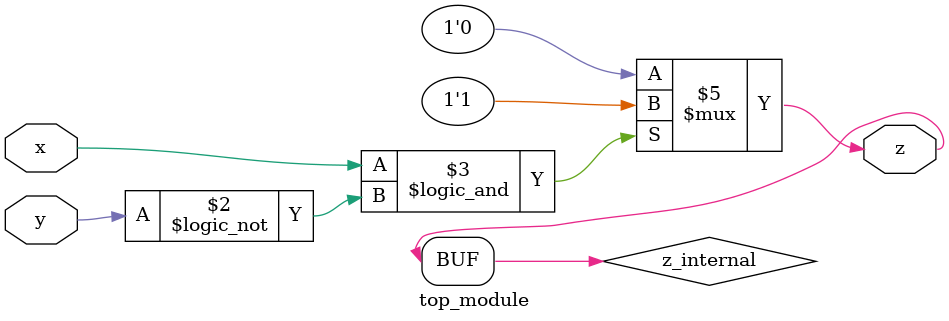
<source format=sv>
module top_module(
  input x,
  input y,
  output z);

  // Define internal signals
  reg z_internal;

  // Combinational logic
  always @(*) begin
    if (x && !y) begin
      z_internal = 1;
    end else begin
      z_internal = 0;
    end
  end

  // Assign internal signal to output
  assign z = z_internal;

endmodule

</source>
